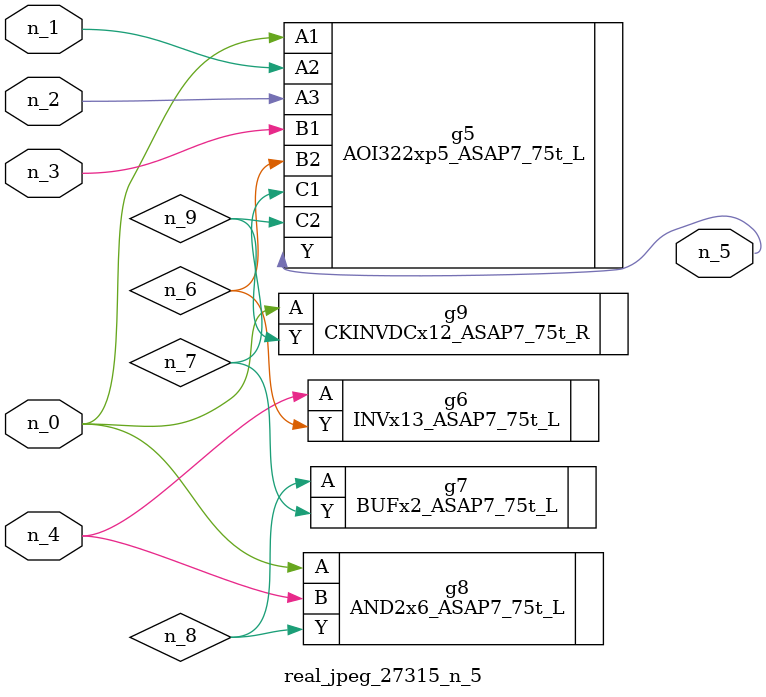
<source format=v>
module real_jpeg_27315_n_5 (n_4, n_0, n_1, n_2, n_3, n_5);

input n_4;
input n_0;
input n_1;
input n_2;
input n_3;

output n_5;

wire n_8;
wire n_6;
wire n_7;
wire n_9;

AOI322xp5_ASAP7_75t_L g5 ( 
.A1(n_0),
.A2(n_1),
.A3(n_2),
.B1(n_3),
.B2(n_6),
.C1(n_7),
.C2(n_9),
.Y(n_5)
);

AND2x6_ASAP7_75t_L g8 ( 
.A(n_0),
.B(n_4),
.Y(n_8)
);

CKINVDCx12_ASAP7_75t_R g9 ( 
.A(n_0),
.Y(n_9)
);

INVx13_ASAP7_75t_L g6 ( 
.A(n_4),
.Y(n_6)
);

BUFx2_ASAP7_75t_L g7 ( 
.A(n_8),
.Y(n_7)
);


endmodule
</source>
